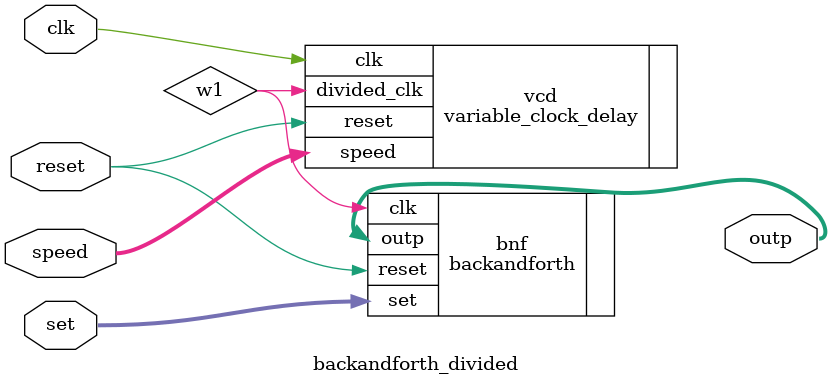
<source format=v>
`timescale 1ns / 1ps


module backandforth_divided(
    input clk,
    input reset,
    input [1:0] set,
    input [5:0] speed,
    output [15:0] outp
    );
    
    wire w1;
    
    variable_clock_delay vcd(.clk(clk), .reset(reset), .speed(speed), .divided_clk(w1));
    backandforth bnf(.clk(w1), .reset(reset), .set(set), .outp(outp));
    
endmodule

</source>
